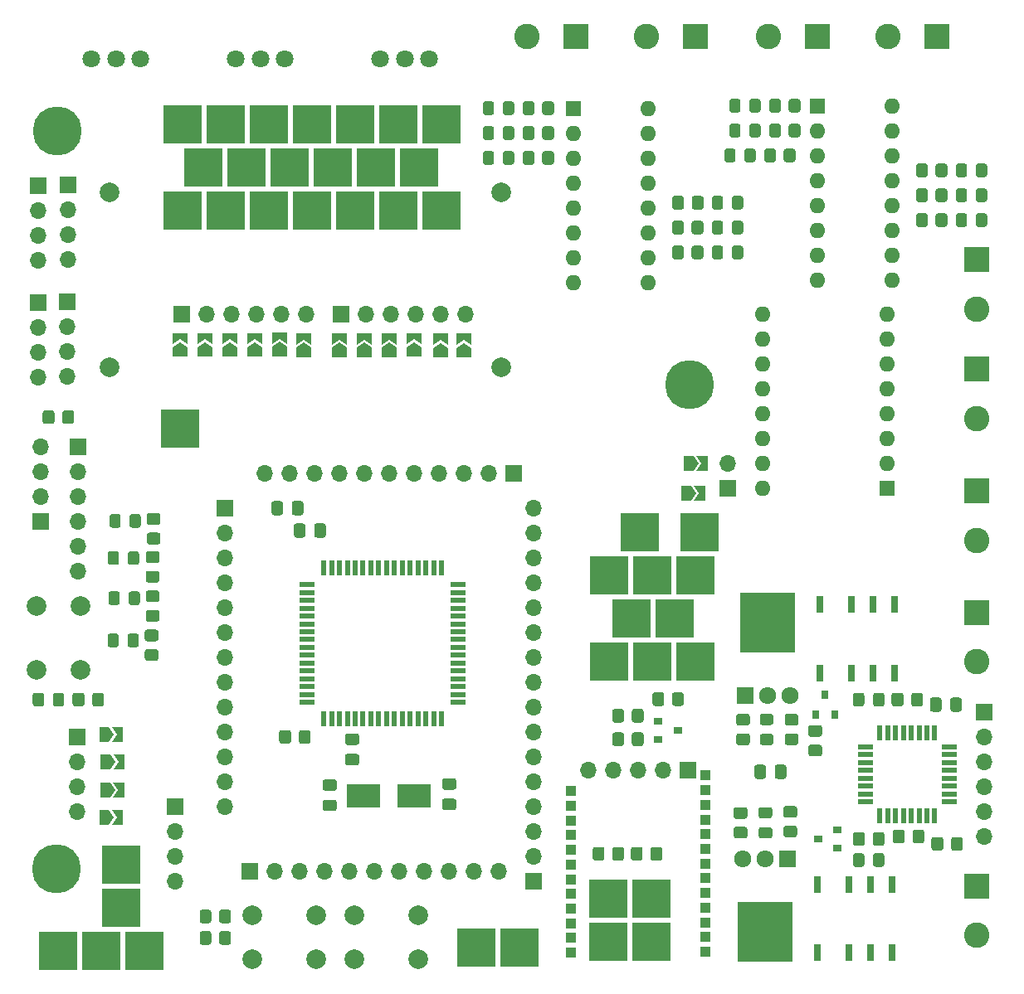
<source format=gbr>
%TF.GenerationSoftware,KiCad,Pcbnew,(5.1.7-5-ga3172d643f)-1*%
%TF.CreationDate,2020-10-31T15:28:03-04:00*%
%TF.ProjectId,board,626f6172-642e-46b6-9963-61645f706362,rev?*%
%TF.SameCoordinates,Original*%
%TF.FileFunction,Soldermask,Top*%
%TF.FilePolarity,Negative*%
%FSLAX46Y46*%
G04 Gerber Fmt 4.6, Leading zero omitted, Abs format (unit mm)*
G04 Created by KiCad (PCBNEW (5.1.7-5-ga3172d643f)-1) date 2020-10-31 15:28:03*
%MOMM*%
%LPD*%
G01*
G04 APERTURE LIST*
%ADD10R,4.000000X4.000000*%
%ADD11O,1.700000X1.700000*%
%ADD12R,1.700000X1.700000*%
%ADD13C,2.000000*%
%ADD14R,0.900000X0.800000*%
%ADD15C,0.100000*%
%ADD16C,5.000000*%
%ADD17R,1.000000X1.000000*%
%ADD18C,1.800000*%
%ADD19O,1.600000X1.600000*%
%ADD20R,1.600000X1.600000*%
%ADD21C,2.600000*%
%ADD22R,2.600000X2.600000*%
%ADD23R,3.500000X2.400000*%
%ADD24R,0.550000X1.500000*%
%ADD25R,1.500000X0.550000*%
%ADD26O,1.717500X1.800000*%
%ADD27R,1.717500X1.800000*%
%ADD28R,5.700000X6.200000*%
%ADD29R,0.800000X0.900000*%
%ADD30R,0.550000X1.600000*%
%ADD31R,1.600000X0.550000*%
%ADD32R,0.800000X1.800000*%
G04 APERTURE END LIST*
D10*
%TO.C,TP102*%
X110300000Y-129700000D03*
%TD*%
%TO.C,TP101*%
X108300000Y-134100000D03*
%TD*%
%TO.C,TP100*%
X110300000Y-125300000D03*
%TD*%
%TO.C,TP99*%
X112700000Y-134100000D03*
%TD*%
%TO.C,TP97*%
X103900000Y-134100000D03*
%TD*%
D11*
%TO.C,J2.8*%
X101800000Y-75520000D03*
X101800000Y-72980000D03*
X101800000Y-70440000D03*
D12*
X101800000Y-67900000D03*
%TD*%
D11*
%TO.C,J2.5*%
X101800000Y-63620000D03*
X101800000Y-61080000D03*
X101800000Y-58540000D03*
D12*
X101800000Y-56000000D03*
%TD*%
D11*
%TO.C,J2.6*%
X104900000Y-63520000D03*
X104900000Y-60980000D03*
X104900000Y-58440000D03*
D12*
X104900000Y-55900000D03*
%TD*%
D11*
%TO.C,J2.7*%
X104800000Y-75480000D03*
X104800000Y-72940000D03*
X104800000Y-70400000D03*
D12*
X104800000Y-67860000D03*
%TD*%
D13*
%TO.C,SW1.3*%
X140600000Y-130500000D03*
X140600000Y-135000000D03*
X134100000Y-130500000D03*
X134100000Y-135000000D03*
%TD*%
%TO.C,SW1.2*%
X130200000Y-130500000D03*
X130200000Y-135000000D03*
X123700000Y-130500000D03*
X123700000Y-135000000D03*
%TD*%
%TO.C,R1.14*%
G36*
G01*
X119500000Y-132349999D02*
X119500000Y-133250001D01*
G75*
G02*
X119250001Y-133500000I-249999J0D01*
G01*
X118549999Y-133500000D01*
G75*
G02*
X118300000Y-133250001I0J249999D01*
G01*
X118300000Y-132349999D01*
G75*
G02*
X118549999Y-132100000I249999J0D01*
G01*
X119250001Y-132100000D01*
G75*
G02*
X119500000Y-132349999I0J-249999D01*
G01*
G37*
G36*
G01*
X121500000Y-132349999D02*
X121500000Y-133250001D01*
G75*
G02*
X121250001Y-133500000I-249999J0D01*
G01*
X120549999Y-133500000D01*
G75*
G02*
X120300000Y-133250001I0J249999D01*
G01*
X120300000Y-132349999D01*
G75*
G02*
X120549999Y-132100000I249999J0D01*
G01*
X121250001Y-132100000D01*
G75*
G02*
X121500000Y-132349999I0J-249999D01*
G01*
G37*
%TD*%
%TO.C,R1.13*%
G36*
G01*
X119500000Y-130149999D02*
X119500000Y-131050001D01*
G75*
G02*
X119250001Y-131300000I-249999J0D01*
G01*
X118549999Y-131300000D01*
G75*
G02*
X118300000Y-131050001I0J249999D01*
G01*
X118300000Y-130149999D01*
G75*
G02*
X118549999Y-129900000I249999J0D01*
G01*
X119250001Y-129900000D01*
G75*
G02*
X119500000Y-130149999I0J-249999D01*
G01*
G37*
G36*
G01*
X121500000Y-130149999D02*
X121500000Y-131050001D01*
G75*
G02*
X121250001Y-131300000I-249999J0D01*
G01*
X120549999Y-131300000D01*
G75*
G02*
X120300000Y-131050001I0J249999D01*
G01*
X120300000Y-130149999D01*
G75*
G02*
X120549999Y-129900000I249999J0D01*
G01*
X121250001Y-129900000D01*
G75*
G02*
X121500000Y-130149999I0J-249999D01*
G01*
G37*
%TD*%
%TO.C,R1.8*%
G36*
G01*
X166500000Y-108850001D02*
X166500000Y-107949999D01*
G75*
G02*
X166749999Y-107700000I249999J0D01*
G01*
X167450001Y-107700000D01*
G75*
G02*
X167700000Y-107949999I0J-249999D01*
G01*
X167700000Y-108850001D01*
G75*
G02*
X167450001Y-109100000I-249999J0D01*
G01*
X166749999Y-109100000D01*
G75*
G02*
X166500000Y-108850001I0J249999D01*
G01*
G37*
G36*
G01*
X164500000Y-108850001D02*
X164500000Y-107949999D01*
G75*
G02*
X164749999Y-107700000I249999J0D01*
G01*
X165450001Y-107700000D01*
G75*
G02*
X165700000Y-107949999I0J-249999D01*
G01*
X165700000Y-108850001D01*
G75*
G02*
X165450001Y-109100000I-249999J0D01*
G01*
X164749999Y-109100000D01*
G75*
G02*
X164500000Y-108850001I0J249999D01*
G01*
G37*
%TD*%
%TO.C,R1.9*%
G36*
G01*
X162400000Y-110550001D02*
X162400000Y-109649999D01*
G75*
G02*
X162649999Y-109400000I249999J0D01*
G01*
X163350001Y-109400000D01*
G75*
G02*
X163600000Y-109649999I0J-249999D01*
G01*
X163600000Y-110550001D01*
G75*
G02*
X163350001Y-110800000I-249999J0D01*
G01*
X162649999Y-110800000D01*
G75*
G02*
X162400000Y-110550001I0J249999D01*
G01*
G37*
G36*
G01*
X160400000Y-110550001D02*
X160400000Y-109649999D01*
G75*
G02*
X160649999Y-109400000I249999J0D01*
G01*
X161350001Y-109400000D01*
G75*
G02*
X161600000Y-109649999I0J-249999D01*
G01*
X161600000Y-110550001D01*
G75*
G02*
X161350001Y-110800000I-249999J0D01*
G01*
X160649999Y-110800000D01*
G75*
G02*
X160400000Y-110550001I0J249999D01*
G01*
G37*
%TD*%
%TO.C,R1.12*%
G36*
G01*
X162400000Y-112950001D02*
X162400000Y-112049999D01*
G75*
G02*
X162649999Y-111800000I249999J0D01*
G01*
X163350001Y-111800000D01*
G75*
G02*
X163600000Y-112049999I0J-249999D01*
G01*
X163600000Y-112950001D01*
G75*
G02*
X163350001Y-113200000I-249999J0D01*
G01*
X162649999Y-113200000D01*
G75*
G02*
X162400000Y-112950001I0J249999D01*
G01*
G37*
G36*
G01*
X160400000Y-112950001D02*
X160400000Y-112049999D01*
G75*
G02*
X160649999Y-111800000I249999J0D01*
G01*
X161350001Y-111800000D01*
G75*
G02*
X161600000Y-112049999I0J-249999D01*
G01*
X161600000Y-112950001D01*
G75*
G02*
X161350001Y-113200000I-249999J0D01*
G01*
X160649999Y-113200000D01*
G75*
G02*
X160400000Y-112950001I0J249999D01*
G01*
G37*
%TD*%
%TO.C,R1.11*%
G36*
G01*
X163500000Y-123749999D02*
X163500000Y-124650001D01*
G75*
G02*
X163250001Y-124900000I-249999J0D01*
G01*
X162549999Y-124900000D01*
G75*
G02*
X162300000Y-124650001I0J249999D01*
G01*
X162300000Y-123749999D01*
G75*
G02*
X162549999Y-123500000I249999J0D01*
G01*
X163250001Y-123500000D01*
G75*
G02*
X163500000Y-123749999I0J-249999D01*
G01*
G37*
G36*
G01*
X165500000Y-123749999D02*
X165500000Y-124650001D01*
G75*
G02*
X165250001Y-124900000I-249999J0D01*
G01*
X164549999Y-124900000D01*
G75*
G02*
X164300000Y-124650001I0J249999D01*
G01*
X164300000Y-123749999D01*
G75*
G02*
X164549999Y-123500000I249999J0D01*
G01*
X165250001Y-123500000D01*
G75*
G02*
X165500000Y-123749999I0J-249999D01*
G01*
G37*
%TD*%
%TO.C,R1.10*%
G36*
G01*
X159600000Y-123749999D02*
X159600000Y-124650001D01*
G75*
G02*
X159350001Y-124900000I-249999J0D01*
G01*
X158649999Y-124900000D01*
G75*
G02*
X158400000Y-124650001I0J249999D01*
G01*
X158400000Y-123749999D01*
G75*
G02*
X158649999Y-123500000I249999J0D01*
G01*
X159350001Y-123500000D01*
G75*
G02*
X159600000Y-123749999I0J-249999D01*
G01*
G37*
G36*
G01*
X161600000Y-123749999D02*
X161600000Y-124650001D01*
G75*
G02*
X161350001Y-124900000I-249999J0D01*
G01*
X160649999Y-124900000D01*
G75*
G02*
X160400000Y-124650001I0J249999D01*
G01*
X160400000Y-123749999D01*
G75*
G02*
X160649999Y-123500000I249999J0D01*
G01*
X161350001Y-123500000D01*
G75*
G02*
X161600000Y-123749999I0J-249999D01*
G01*
G37*
%TD*%
D14*
%TO.C,Q1.1*%
X167100000Y-111600000D03*
X165100000Y-112550000D03*
X165100000Y-110650000D03*
%TD*%
D11*
%TO.C,J37*%
X157940000Y-115700000D03*
X160480000Y-115700000D03*
X163020000Y-115700000D03*
X165560000Y-115700000D03*
D12*
X168100000Y-115700000D03*
%TD*%
%TO.C,R1.6*%
G36*
G01*
X113049999Y-99300000D02*
X113950001Y-99300000D01*
G75*
G02*
X114200000Y-99549999I0J-249999D01*
G01*
X114200000Y-100250001D01*
G75*
G02*
X113950001Y-100500000I-249999J0D01*
G01*
X113049999Y-100500000D01*
G75*
G02*
X112800000Y-100250001I0J249999D01*
G01*
X112800000Y-99549999D01*
G75*
G02*
X113049999Y-99300000I249999J0D01*
G01*
G37*
G36*
G01*
X113049999Y-97300000D02*
X113950001Y-97300000D01*
G75*
G02*
X114200000Y-97549999I0J-249999D01*
G01*
X114200000Y-98250001D01*
G75*
G02*
X113950001Y-98500000I-249999J0D01*
G01*
X113049999Y-98500000D01*
G75*
G02*
X112800000Y-98250001I0J249999D01*
G01*
X112800000Y-97549999D01*
G75*
G02*
X113049999Y-97300000I249999J0D01*
G01*
G37*
%TD*%
%TO.C,R1.5*%
G36*
G01*
X113049999Y-95300000D02*
X113950001Y-95300000D01*
G75*
G02*
X114200000Y-95549999I0J-249999D01*
G01*
X114200000Y-96250001D01*
G75*
G02*
X113950001Y-96500000I-249999J0D01*
G01*
X113049999Y-96500000D01*
G75*
G02*
X112800000Y-96250001I0J249999D01*
G01*
X112800000Y-95549999D01*
G75*
G02*
X113049999Y-95300000I249999J0D01*
G01*
G37*
G36*
G01*
X113049999Y-93300000D02*
X113950001Y-93300000D01*
G75*
G02*
X114200000Y-93549999I0J-249999D01*
G01*
X114200000Y-94250001D01*
G75*
G02*
X113950001Y-94500000I-249999J0D01*
G01*
X113049999Y-94500000D01*
G75*
G02*
X112800000Y-94250001I0J249999D01*
G01*
X112800000Y-93549999D01*
G75*
G02*
X113049999Y-93300000I249999J0D01*
G01*
G37*
%TD*%
%TO.C,R1.4*%
G36*
G01*
X113149999Y-91400000D02*
X114050001Y-91400000D01*
G75*
G02*
X114300000Y-91649999I0J-249999D01*
G01*
X114300000Y-92350001D01*
G75*
G02*
X114050001Y-92600000I-249999J0D01*
G01*
X113149999Y-92600000D01*
G75*
G02*
X112900000Y-92350001I0J249999D01*
G01*
X112900000Y-91649999D01*
G75*
G02*
X113149999Y-91400000I249999J0D01*
G01*
G37*
G36*
G01*
X113149999Y-89400000D02*
X114050001Y-89400000D01*
G75*
G02*
X114300000Y-89649999I0J-249999D01*
G01*
X114300000Y-90350001D01*
G75*
G02*
X114050001Y-90600000I-249999J0D01*
G01*
X113149999Y-90600000D01*
G75*
G02*
X112900000Y-90350001I0J249999D01*
G01*
X112900000Y-89649999D01*
G75*
G02*
X113149999Y-89400000I249999J0D01*
G01*
G37*
%TD*%
%TO.C,R1.7*%
G36*
G01*
X112949999Y-103300000D02*
X113850001Y-103300000D01*
G75*
G02*
X114100000Y-103549999I0J-249999D01*
G01*
X114100000Y-104250001D01*
G75*
G02*
X113850001Y-104500000I-249999J0D01*
G01*
X112949999Y-104500000D01*
G75*
G02*
X112700000Y-104250001I0J249999D01*
G01*
X112700000Y-103549999D01*
G75*
G02*
X112949999Y-103300000I249999J0D01*
G01*
G37*
G36*
G01*
X112949999Y-101300000D02*
X113850001Y-101300000D01*
G75*
G02*
X114100000Y-101549999I0J-249999D01*
G01*
X114100000Y-102250001D01*
G75*
G02*
X113850001Y-102500000I-249999J0D01*
G01*
X112949999Y-102500000D01*
G75*
G02*
X112700000Y-102250001I0J249999D01*
G01*
X112700000Y-101549999D01*
G75*
G02*
X112949999Y-101300000I249999J0D01*
G01*
G37*
%TD*%
D15*
%TO.C,JP1.1*%
G36*
X109550000Y-120500000D02*
G01*
X109050000Y-121250000D01*
X108050000Y-121250000D01*
X108050000Y-119750000D01*
X109050000Y-119750000D01*
X109550000Y-120500000D01*
G37*
G36*
X110500000Y-121250000D02*
G01*
X109350000Y-121250000D01*
X109850000Y-120500000D01*
X109350000Y-119750000D01*
X110500000Y-119750000D01*
X110500000Y-121250000D01*
G37*
%TD*%
%TO.C,JP1.4*%
G36*
X109550000Y-112000000D02*
G01*
X109050000Y-112750000D01*
X108050000Y-112750000D01*
X108050000Y-111250000D01*
X109050000Y-111250000D01*
X109550000Y-112000000D01*
G37*
G36*
X110500000Y-112750000D02*
G01*
X109350000Y-112750000D01*
X109850000Y-112000000D01*
X109350000Y-111250000D01*
X110500000Y-111250000D01*
X110500000Y-112750000D01*
G37*
%TD*%
%TO.C,JP1.3*%
G36*
X109700000Y-114800000D02*
G01*
X109200000Y-115550000D01*
X108200000Y-115550000D01*
X108200000Y-114050000D01*
X109200000Y-114050000D01*
X109700000Y-114800000D01*
G37*
G36*
X110650000Y-115550000D02*
G01*
X109500000Y-115550000D01*
X110000000Y-114800000D01*
X109500000Y-114050000D01*
X110650000Y-114050000D01*
X110650000Y-115550000D01*
G37*
%TD*%
%TO.C,JP1.2*%
G36*
X109675000Y-117700000D02*
G01*
X109175000Y-118450000D01*
X108175000Y-118450000D01*
X108175000Y-116950000D01*
X109175000Y-116950000D01*
X109675000Y-117700000D01*
G37*
G36*
X110625000Y-118450000D02*
G01*
X109475000Y-118450000D01*
X109975000Y-117700000D01*
X109475000Y-116950000D01*
X110625000Y-116950000D01*
X110625000Y-118450000D01*
G37*
%TD*%
D11*
%TO.C,J1.36*%
X105800000Y-119920000D03*
X105800000Y-117380000D03*
X105800000Y-114840000D03*
D12*
X105800000Y-112300000D03*
%TD*%
%TO.C,D1.4*%
G36*
G01*
X111050000Y-98550001D02*
X111050000Y-97649999D01*
G75*
G02*
X111299999Y-97400000I249999J0D01*
G01*
X111950001Y-97400000D01*
G75*
G02*
X112200000Y-97649999I0J-249999D01*
G01*
X112200000Y-98550001D01*
G75*
G02*
X111950001Y-98800000I-249999J0D01*
G01*
X111299999Y-98800000D01*
G75*
G02*
X111050000Y-98550001I0J249999D01*
G01*
G37*
G36*
G01*
X109000000Y-98550001D02*
X109000000Y-97649999D01*
G75*
G02*
X109249999Y-97400000I249999J0D01*
G01*
X109900001Y-97400000D01*
G75*
G02*
X110150000Y-97649999I0J-249999D01*
G01*
X110150000Y-98550001D01*
G75*
G02*
X109900001Y-98800000I-249999J0D01*
G01*
X109249999Y-98800000D01*
G75*
G02*
X109000000Y-98550001I0J249999D01*
G01*
G37*
%TD*%
%TO.C,D1.3*%
G36*
G01*
X110975000Y-94450001D02*
X110975000Y-93549999D01*
G75*
G02*
X111224999Y-93300000I249999J0D01*
G01*
X111875001Y-93300000D01*
G75*
G02*
X112125000Y-93549999I0J-249999D01*
G01*
X112125000Y-94450001D01*
G75*
G02*
X111875001Y-94700000I-249999J0D01*
G01*
X111224999Y-94700000D01*
G75*
G02*
X110975000Y-94450001I0J249999D01*
G01*
G37*
G36*
G01*
X108925000Y-94450001D02*
X108925000Y-93549999D01*
G75*
G02*
X109174999Y-93300000I249999J0D01*
G01*
X109825001Y-93300000D01*
G75*
G02*
X110075000Y-93549999I0J-249999D01*
G01*
X110075000Y-94450001D01*
G75*
G02*
X109825001Y-94700000I-249999J0D01*
G01*
X109174999Y-94700000D01*
G75*
G02*
X108925000Y-94450001I0J249999D01*
G01*
G37*
%TD*%
%TO.C,D1.2*%
G36*
G01*
X111150000Y-90650001D02*
X111150000Y-89749999D01*
G75*
G02*
X111399999Y-89500000I249999J0D01*
G01*
X112050001Y-89500000D01*
G75*
G02*
X112300000Y-89749999I0J-249999D01*
G01*
X112300000Y-90650001D01*
G75*
G02*
X112050001Y-90900000I-249999J0D01*
G01*
X111399999Y-90900000D01*
G75*
G02*
X111150000Y-90650001I0J249999D01*
G01*
G37*
G36*
G01*
X109100000Y-90650001D02*
X109100000Y-89749999D01*
G75*
G02*
X109349999Y-89500000I249999J0D01*
G01*
X110000001Y-89500000D01*
G75*
G02*
X110250000Y-89749999I0J-249999D01*
G01*
X110250000Y-90650001D01*
G75*
G02*
X110000001Y-90900000I-249999J0D01*
G01*
X109349999Y-90900000D01*
G75*
G02*
X109100000Y-90650001I0J249999D01*
G01*
G37*
%TD*%
%TO.C,D1.5*%
G36*
G01*
X110950000Y-102850001D02*
X110950000Y-101949999D01*
G75*
G02*
X111199999Y-101700000I249999J0D01*
G01*
X111850001Y-101700000D01*
G75*
G02*
X112100000Y-101949999I0J-249999D01*
G01*
X112100000Y-102850001D01*
G75*
G02*
X111850001Y-103100000I-249999J0D01*
G01*
X111199999Y-103100000D01*
G75*
G02*
X110950000Y-102850001I0J249999D01*
G01*
G37*
G36*
G01*
X108900000Y-102850001D02*
X108900000Y-101949999D01*
G75*
G02*
X109149999Y-101700000I249999J0D01*
G01*
X109800001Y-101700000D01*
G75*
G02*
X110050000Y-101949999I0J-249999D01*
G01*
X110050000Y-102850001D01*
G75*
G02*
X109800001Y-103100000I-249999J0D01*
G01*
X109149999Y-103100000D01*
G75*
G02*
X108900000Y-102850001I0J249999D01*
G01*
G37*
%TD*%
D10*
%TO.C,TP94*%
X134200000Y-49700000D03*
%TD*%
%TO.C,TP91*%
X164400000Y-133200000D03*
%TD*%
%TO.C,TP88*%
X129800000Y-49700000D03*
%TD*%
%TO.C,TP87*%
X118700000Y-54100000D03*
%TD*%
%TO.C,TP84*%
X164400000Y-128800000D03*
%TD*%
%TO.C,TP81*%
X125400000Y-49700000D03*
%TD*%
%TO.C,TP80*%
X125400000Y-58500000D03*
%TD*%
%TO.C,TP79*%
X131900000Y-54100000D03*
%TD*%
%TO.C,TP76*%
X150900000Y-133800000D03*
%TD*%
%TO.C,TP74*%
X116600000Y-49700000D03*
%TD*%
%TO.C,TP73*%
X134200000Y-58500000D03*
%TD*%
%TO.C,TP72*%
X127500000Y-54100000D03*
%TD*%
%TO.C,TP71*%
X129800000Y-58500000D03*
%TD*%
%TO.C,TP68*%
X146500000Y-133800000D03*
%TD*%
%TO.C,TP66*%
X121000000Y-49700000D03*
%TD*%
%TO.C,TP65*%
X123100000Y-54100000D03*
%TD*%
%TO.C,TP64*%
X121000000Y-58500000D03*
%TD*%
%TO.C,TP63*%
X143000000Y-58500000D03*
%TD*%
%TO.C,TP58*%
X143000000Y-49700000D03*
%TD*%
%TO.C,TP57*%
X140700000Y-54100000D03*
%TD*%
%TO.C,TP56*%
X138600000Y-58500000D03*
%TD*%
%TO.C,TP50*%
X136300000Y-54100000D03*
%TD*%
%TO.C,TP49*%
X138600000Y-49700000D03*
%TD*%
%TO.C,TP42*%
X116600000Y-58500000D03*
%TD*%
%TO.C,TP37*%
X160100000Y-95800000D03*
%TD*%
%TO.C,TP32*%
X116300000Y-80800000D03*
%TD*%
%TO.C,TP25*%
X160100000Y-104600000D03*
%TD*%
%TO.C,TP18*%
X160000000Y-128800000D03*
%TD*%
%TO.C,TP12*%
X164500000Y-95800000D03*
%TD*%
%TO.C,TP9*%
X168900000Y-95800000D03*
%TD*%
%TO.C,TP8*%
X166800000Y-100200000D03*
%TD*%
%TO.C,TP7*%
X162400000Y-100200000D03*
%TD*%
%TO.C,TP5*%
X164500000Y-104600000D03*
%TD*%
%TO.C,TP4*%
X160000000Y-133200000D03*
%TD*%
%TO.C,TP3*%
X168900000Y-104600000D03*
%TD*%
%TO.C,TP2*%
X163200000Y-91400000D03*
%TD*%
%TO.C,TP1*%
X169300000Y-91400000D03*
%TD*%
D16*
%TO.C,H7*%
X168300000Y-76300000D03*
%TD*%
%TO.C,H6*%
X103700000Y-125700000D03*
%TD*%
%TO.C,H5*%
X103800000Y-50400000D03*
%TD*%
D17*
%TO.C,J1.35*%
X169900000Y-134200000D03*
%TD*%
%TO.C,J1.30*%
X169900000Y-126700000D03*
%TD*%
%TO.C,J1.31*%
X169900000Y-128200000D03*
%TD*%
%TO.C,J1.32*%
X169900000Y-129700000D03*
%TD*%
%TO.C,J1.33*%
X169900000Y-131200000D03*
%TD*%
%TO.C,J1.34*%
X169900000Y-132700000D03*
%TD*%
%TO.C,J1.29*%
X169900000Y-125200000D03*
%TD*%
%TO.C,J1.28*%
X169900000Y-123700000D03*
%TD*%
%TO.C,J1.26*%
X169900000Y-120700000D03*
%TD*%
%TO.C,J1.25*%
X169900000Y-119200000D03*
%TD*%
%TO.C,J1.24*%
X169900000Y-117700000D03*
%TD*%
%TO.C,J1.23*%
X169900000Y-116200000D03*
%TD*%
%TO.C,J1.27*%
X169900000Y-122200000D03*
%TD*%
%TO.C,J1.13*%
X156200000Y-120800000D03*
%TD*%
%TO.C,J1.15*%
X156200000Y-123800000D03*
%TD*%
%TO.C,J1.16*%
X156200000Y-125300000D03*
%TD*%
%TO.C,J1.11*%
X156200000Y-117800000D03*
%TD*%
%TO.C,J1.12*%
X156200000Y-119300000D03*
%TD*%
%TO.C,J1.17*%
X156200000Y-126800000D03*
%TD*%
%TO.C,J1.22*%
X156200000Y-134300000D03*
%TD*%
%TO.C,J1.14*%
X156200000Y-122300000D03*
%TD*%
%TO.C,J1.20*%
X156200000Y-131300000D03*
%TD*%
%TO.C,J1.19*%
X156200000Y-129800000D03*
%TD*%
%TO.C,J1.18*%
X156200000Y-128300000D03*
%TD*%
%TO.C,J1.21*%
X156200000Y-132800000D03*
%TD*%
D11*
%TO.C,J1.3*%
X152400000Y-88900000D03*
X152400000Y-91440000D03*
X152400000Y-93980000D03*
X152400000Y-96520000D03*
X152400000Y-99060000D03*
X152400000Y-101600000D03*
X152400000Y-104140000D03*
X152400000Y-106680000D03*
X152400000Y-109220000D03*
X152400000Y-111760000D03*
X152400000Y-114300000D03*
X152400000Y-116840000D03*
X152400000Y-119380000D03*
X152400000Y-121920000D03*
X152400000Y-124460000D03*
D12*
X152400000Y-127000000D03*
%TD*%
D11*
%TO.C,J1.7*%
X115824000Y-127000000D03*
X115824000Y-124460000D03*
X115824000Y-121920000D03*
D12*
X115824000Y-119380000D03*
%TD*%
D15*
%TO.C,JP3.15*%
G36*
X135128000Y-71988000D02*
G01*
X135878000Y-72488000D01*
X135878000Y-73488000D01*
X134378000Y-73488000D01*
X134378000Y-72488000D01*
X135128000Y-71988000D01*
G37*
G36*
X135878000Y-71038000D02*
G01*
X135878000Y-72188000D01*
X135128000Y-71688000D01*
X134378000Y-72188000D01*
X134378000Y-71038000D01*
X135878000Y-71038000D01*
G37*
%TD*%
%TO.C,JP3.14*%
G36*
X137668000Y-71988000D02*
G01*
X138418000Y-72488000D01*
X138418000Y-73488000D01*
X136918000Y-73488000D01*
X136918000Y-72488000D01*
X137668000Y-71988000D01*
G37*
G36*
X138418000Y-71038000D02*
G01*
X138418000Y-72188000D01*
X137668000Y-71688000D01*
X136918000Y-72188000D01*
X136918000Y-71038000D01*
X138418000Y-71038000D01*
G37*
%TD*%
%TO.C,JP3.13*%
G36*
X140208000Y-71951000D02*
G01*
X140958000Y-72451000D01*
X140958000Y-73451000D01*
X139458000Y-73451000D01*
X139458000Y-72451000D01*
X140208000Y-71951000D01*
G37*
G36*
X140958000Y-71001000D02*
G01*
X140958000Y-72151000D01*
X140208000Y-71651000D01*
X139458000Y-72151000D01*
X139458000Y-71001000D01*
X140958000Y-71001000D01*
G37*
%TD*%
%TO.C,JP3.12*%
G36*
X142875000Y-72025000D02*
G01*
X143625000Y-72525000D01*
X143625000Y-73525000D01*
X142125000Y-73525000D01*
X142125000Y-72525000D01*
X142875000Y-72025000D01*
G37*
G36*
X143625000Y-71075000D02*
G01*
X143625000Y-72225000D01*
X142875000Y-71725000D01*
X142125000Y-72225000D01*
X142125000Y-71075000D01*
X143625000Y-71075000D01*
G37*
%TD*%
%TO.C,JP3.10*%
G36*
X116332000Y-71951000D02*
G01*
X117082000Y-72451000D01*
X117082000Y-73451000D01*
X115582000Y-73451000D01*
X115582000Y-72451000D01*
X116332000Y-71951000D01*
G37*
G36*
X117082000Y-71001000D02*
G01*
X117082000Y-72151000D01*
X116332000Y-71651000D01*
X115582000Y-72151000D01*
X115582000Y-71001000D01*
X117082000Y-71001000D01*
G37*
%TD*%
%TO.C,JP3.9*%
G36*
X118872000Y-71951000D02*
G01*
X119622000Y-72451000D01*
X119622000Y-73451000D01*
X118122000Y-73451000D01*
X118122000Y-72451000D01*
X118872000Y-71951000D01*
G37*
G36*
X119622000Y-71001000D02*
G01*
X119622000Y-72151000D01*
X118872000Y-71651000D01*
X118122000Y-72151000D01*
X118122000Y-71001000D01*
X119622000Y-71001000D01*
G37*
%TD*%
%TO.C,JP3.8*%
G36*
X121412000Y-71951000D02*
G01*
X122162000Y-72451000D01*
X122162000Y-73451000D01*
X120662000Y-73451000D01*
X120662000Y-72451000D01*
X121412000Y-71951000D01*
G37*
G36*
X122162000Y-71001000D02*
G01*
X122162000Y-72151000D01*
X121412000Y-71651000D01*
X120662000Y-72151000D01*
X120662000Y-71001000D01*
X122162000Y-71001000D01*
G37*
%TD*%
%TO.C,JP3.11*%
G36*
X145288000Y-72025000D02*
G01*
X146038000Y-72525000D01*
X146038000Y-73525000D01*
X144538000Y-73525000D01*
X144538000Y-72525000D01*
X145288000Y-72025000D01*
G37*
G36*
X146038000Y-71075000D02*
G01*
X146038000Y-72225000D01*
X145288000Y-71725000D01*
X144538000Y-72225000D01*
X144538000Y-71075000D01*
X146038000Y-71075000D01*
G37*
%TD*%
%TO.C,JP3.7*%
G36*
X123952000Y-71951000D02*
G01*
X124702000Y-72451000D01*
X124702000Y-73451000D01*
X123202000Y-73451000D01*
X123202000Y-72451000D01*
X123952000Y-71951000D01*
G37*
G36*
X124702000Y-71001000D02*
G01*
X124702000Y-72151000D01*
X123952000Y-71651000D01*
X123202000Y-72151000D01*
X123202000Y-71001000D01*
X124702000Y-71001000D01*
G37*
%TD*%
%TO.C,JP3.16*%
G36*
X132588000Y-71988000D02*
G01*
X133338000Y-72488000D01*
X133338000Y-73488000D01*
X131838000Y-73488000D01*
X131838000Y-72488000D01*
X132588000Y-71988000D01*
G37*
G36*
X133338000Y-71038000D02*
G01*
X133338000Y-72188000D01*
X132588000Y-71688000D01*
X131838000Y-72188000D01*
X131838000Y-71038000D01*
X133338000Y-71038000D01*
G37*
%TD*%
%TO.C,JP3.6*%
G36*
X126492000Y-71898000D02*
G01*
X127242000Y-72398000D01*
X127242000Y-73398000D01*
X125742000Y-73398000D01*
X125742000Y-72398000D01*
X126492000Y-71898000D01*
G37*
G36*
X127242000Y-70948000D02*
G01*
X127242000Y-72098000D01*
X126492000Y-71598000D01*
X125742000Y-72098000D01*
X125742000Y-70948000D01*
X127242000Y-70948000D01*
G37*
%TD*%
%TO.C,JP3.5*%
G36*
X128905000Y-71988000D02*
G01*
X129655000Y-72488000D01*
X129655000Y-73488000D01*
X128155000Y-73488000D01*
X128155000Y-72488000D01*
X128905000Y-71988000D01*
G37*
G36*
X129655000Y-71038000D02*
G01*
X129655000Y-72188000D01*
X128905000Y-71688000D01*
X128155000Y-72188000D01*
X128155000Y-71038000D01*
X129655000Y-71038000D01*
G37*
%TD*%
D11*
%TO.C,J3.5*%
X129159000Y-69088000D03*
X126619000Y-69088000D03*
X124079000Y-69088000D03*
X121539000Y-69088000D03*
X118999000Y-69088000D03*
D12*
X116459000Y-69088000D03*
%TD*%
D11*
%TO.C,J3.6*%
X145415000Y-69088000D03*
X142875000Y-69088000D03*
X140335000Y-69088000D03*
X137795000Y-69088000D03*
X135255000Y-69088000D03*
D12*
X132715000Y-69088000D03*
%TD*%
D11*
%TO.C,J1.2*%
X105918000Y-95351600D03*
X105918000Y-92811600D03*
X105918000Y-90271600D03*
X105918000Y-87731600D03*
X105918000Y-85191600D03*
D12*
X105918000Y-82651600D03*
%TD*%
%TO.C,C105*%
G36*
G01*
X134333000Y-113088000D02*
X133383000Y-113088000D01*
G75*
G02*
X133133000Y-112838000I0J250000D01*
G01*
X133133000Y-112163000D01*
G75*
G02*
X133383000Y-111913000I250000J0D01*
G01*
X134333000Y-111913000D01*
G75*
G02*
X134583000Y-112163000I0J-250000D01*
G01*
X134583000Y-112838000D01*
G75*
G02*
X134333000Y-113088000I-250000J0D01*
G01*
G37*
G36*
G01*
X134333000Y-115163000D02*
X133383000Y-115163000D01*
G75*
G02*
X133133000Y-114913000I0J250000D01*
G01*
X133133000Y-114238000D01*
G75*
G02*
X133383000Y-113988000I250000J0D01*
G01*
X134333000Y-113988000D01*
G75*
G02*
X134583000Y-114238000I0J-250000D01*
G01*
X134583000Y-114913000D01*
G75*
G02*
X134333000Y-115163000I-250000J0D01*
G01*
G37*
%TD*%
%TO.C,C104*%
G36*
G01*
X126804000Y-88425000D02*
X126804000Y-89375000D01*
G75*
G02*
X126554000Y-89625000I-250000J0D01*
G01*
X125879000Y-89625000D01*
G75*
G02*
X125629000Y-89375000I0J250000D01*
G01*
X125629000Y-88425000D01*
G75*
G02*
X125879000Y-88175000I250000J0D01*
G01*
X126554000Y-88175000D01*
G75*
G02*
X126804000Y-88425000I0J-250000D01*
G01*
G37*
G36*
G01*
X128879000Y-88425000D02*
X128879000Y-89375000D01*
G75*
G02*
X128629000Y-89625000I-250000J0D01*
G01*
X127954000Y-89625000D01*
G75*
G02*
X127704000Y-89375000I0J250000D01*
G01*
X127704000Y-88425000D01*
G75*
G02*
X127954000Y-88175000I250000J0D01*
G01*
X128629000Y-88175000D01*
G75*
G02*
X128879000Y-88425000I0J-250000D01*
G01*
G37*
%TD*%
D11*
%TO.C,J1.4*%
X124968000Y-85344000D03*
X127508000Y-85344000D03*
X130048000Y-85344000D03*
X132588000Y-85344000D03*
X135128000Y-85344000D03*
X137668000Y-85344000D03*
X140208000Y-85344000D03*
X142748000Y-85344000D03*
X145288000Y-85344000D03*
X147828000Y-85344000D03*
D12*
X150368000Y-85344000D03*
%TD*%
D11*
%TO.C,J1.5*%
X120904000Y-119380000D03*
X120904000Y-116840000D03*
X120904000Y-114300000D03*
X120904000Y-111760000D03*
X120904000Y-109220000D03*
X120904000Y-106680000D03*
X120904000Y-104140000D03*
X120904000Y-101600000D03*
X120904000Y-99060000D03*
X120904000Y-96520000D03*
X120904000Y-93980000D03*
X120904000Y-91440000D03*
D12*
X120904000Y-88900000D03*
%TD*%
D11*
%TO.C,J1.6*%
X148844000Y-125984000D03*
X146304000Y-125984000D03*
X143764000Y-125984000D03*
X141224000Y-125984000D03*
X138684000Y-125984000D03*
X136144000Y-125984000D03*
X133604000Y-125984000D03*
X131064000Y-125984000D03*
X128524000Y-125984000D03*
X125984000Y-125984000D03*
D12*
X123444000Y-125984000D03*
%TD*%
%TO.C,C101*%
G36*
G01*
X129090000Y-90711000D02*
X129090000Y-91661000D01*
G75*
G02*
X128840000Y-91911000I-250000J0D01*
G01*
X128165000Y-91911000D01*
G75*
G02*
X127915000Y-91661000I0J250000D01*
G01*
X127915000Y-90711000D01*
G75*
G02*
X128165000Y-90461000I250000J0D01*
G01*
X128840000Y-90461000D01*
G75*
G02*
X129090000Y-90711000I0J-250000D01*
G01*
G37*
G36*
G01*
X131165000Y-90711000D02*
X131165000Y-91661000D01*
G75*
G02*
X130915000Y-91911000I-250000J0D01*
G01*
X130240000Y-91911000D01*
G75*
G02*
X129990000Y-91661000I0J250000D01*
G01*
X129990000Y-90711000D01*
G75*
G02*
X130240000Y-90461000I250000J0D01*
G01*
X130915000Y-90461000D01*
G75*
G02*
X131165000Y-90711000I0J-250000D01*
G01*
G37*
%TD*%
D18*
%TO.C,RV3*%
X112268000Y-43053000D03*
X109768000Y-43053000D03*
X107268000Y-43053000D03*
%TD*%
%TO.C,RV2*%
X127000000Y-43053000D03*
X124500000Y-43053000D03*
X122000000Y-43053000D03*
%TD*%
%TO.C,RV1*%
X141732000Y-43053000D03*
X139232000Y-43053000D03*
X136732000Y-43053000D03*
%TD*%
D13*
%TO.C,H4*%
X109093000Y-56642000D03*
%TD*%
%TO.C,H3*%
X109093000Y-74549000D03*
%TD*%
%TO.C,H2*%
X149098000Y-74549000D03*
%TD*%
%TO.C,H1*%
X149098000Y-56642000D03*
%TD*%
D15*
%TO.C,JP2.1*%
G36*
X169185000Y-84328000D02*
G01*
X168685000Y-85078000D01*
X167685000Y-85078000D01*
X167685000Y-83578000D01*
X168685000Y-83578000D01*
X169185000Y-84328000D01*
G37*
G36*
X170135000Y-85078000D02*
G01*
X168985000Y-85078000D01*
X169485000Y-84328000D01*
X168985000Y-83578000D01*
X170135000Y-83578000D01*
X170135000Y-85078000D01*
G37*
%TD*%
%TO.C,JP2.2*%
G36*
X168931000Y-87376000D02*
G01*
X168431000Y-88126000D01*
X167431000Y-88126000D01*
X167431000Y-86626000D01*
X168431000Y-86626000D01*
X168931000Y-87376000D01*
G37*
G36*
X169881000Y-88126000D02*
G01*
X168731000Y-88126000D01*
X169231000Y-87376000D01*
X168731000Y-86626000D01*
X169881000Y-86626000D01*
X169881000Y-88126000D01*
G37*
%TD*%
D11*
%TO.C,J2.4*%
X172212000Y-84328000D03*
D12*
X172212000Y-86868000D03*
%TD*%
D19*
%TO.C,U3.2*%
X188925200Y-47802800D03*
X181305200Y-65582800D03*
X188925200Y-50342800D03*
X181305200Y-63042800D03*
X188925200Y-52882800D03*
X181305200Y-60502800D03*
X188925200Y-55422800D03*
X181305200Y-57962800D03*
X188925200Y-57962800D03*
X181305200Y-55422800D03*
X188925200Y-60502800D03*
X181305200Y-52882800D03*
X188925200Y-63042800D03*
X181305200Y-50342800D03*
X188925200Y-65582800D03*
D20*
X181305200Y-47802800D03*
%TD*%
%TO.C,R3.5*%
G36*
G01*
X168513200Y-58158801D02*
X168513200Y-57258799D01*
G75*
G02*
X168763199Y-57008800I249999J0D01*
G01*
X169463201Y-57008800D01*
G75*
G02*
X169713200Y-57258799I0J-249999D01*
G01*
X169713200Y-58158801D01*
G75*
G02*
X169463201Y-58408800I-249999J0D01*
G01*
X168763199Y-58408800D01*
G75*
G02*
X168513200Y-58158801I0J249999D01*
G01*
G37*
G36*
G01*
X166513200Y-58158801D02*
X166513200Y-57258799D01*
G75*
G02*
X166763199Y-57008800I249999J0D01*
G01*
X167463201Y-57008800D01*
G75*
G02*
X167713200Y-57258799I0J-249999D01*
G01*
X167713200Y-58158801D01*
G75*
G02*
X167463201Y-58408800I-249999J0D01*
G01*
X166763199Y-58408800D01*
G75*
G02*
X166513200Y-58158801I0J249999D01*
G01*
G37*
%TD*%
%TO.C,R3.4*%
G36*
G01*
X168497200Y-60698801D02*
X168497200Y-59798799D01*
G75*
G02*
X168747199Y-59548800I249999J0D01*
G01*
X169447201Y-59548800D01*
G75*
G02*
X169697200Y-59798799I0J-249999D01*
G01*
X169697200Y-60698801D01*
G75*
G02*
X169447201Y-60948800I-249999J0D01*
G01*
X168747199Y-60948800D01*
G75*
G02*
X168497200Y-60698801I0J249999D01*
G01*
G37*
G36*
G01*
X166497200Y-60698801D02*
X166497200Y-59798799D01*
G75*
G02*
X166747199Y-59548800I249999J0D01*
G01*
X167447201Y-59548800D01*
G75*
G02*
X167697200Y-59798799I0J-249999D01*
G01*
X167697200Y-60698801D01*
G75*
G02*
X167447201Y-60948800I-249999J0D01*
G01*
X166747199Y-60948800D01*
G75*
G02*
X166497200Y-60698801I0J249999D01*
G01*
G37*
%TD*%
%TO.C,R3.3*%
G36*
G01*
X152457200Y-47606799D02*
X152457200Y-48506801D01*
G75*
G02*
X152207201Y-48756800I-249999J0D01*
G01*
X151507199Y-48756800D01*
G75*
G02*
X151257200Y-48506801I0J249999D01*
G01*
X151257200Y-47606799D01*
G75*
G02*
X151507199Y-47356800I249999J0D01*
G01*
X152207201Y-47356800D01*
G75*
G02*
X152457200Y-47606799I0J-249999D01*
G01*
G37*
G36*
G01*
X154457200Y-47606799D02*
X154457200Y-48506801D01*
G75*
G02*
X154207201Y-48756800I-249999J0D01*
G01*
X153507199Y-48756800D01*
G75*
G02*
X153257200Y-48506801I0J249999D01*
G01*
X153257200Y-47606799D01*
G75*
G02*
X153507199Y-47356800I249999J0D01*
G01*
X154207201Y-47356800D01*
G75*
G02*
X154457200Y-47606799I0J-249999D01*
G01*
G37*
%TD*%
%TO.C,R3.1*%
G36*
G01*
X152457200Y-50146799D02*
X152457200Y-51046801D01*
G75*
G02*
X152207201Y-51296800I-249999J0D01*
G01*
X151507199Y-51296800D01*
G75*
G02*
X151257200Y-51046801I0J249999D01*
G01*
X151257200Y-50146799D01*
G75*
G02*
X151507199Y-49896800I249999J0D01*
G01*
X152207201Y-49896800D01*
G75*
G02*
X152457200Y-50146799I0J-249999D01*
G01*
G37*
G36*
G01*
X154457200Y-50146799D02*
X154457200Y-51046801D01*
G75*
G02*
X154207201Y-51296800I-249999J0D01*
G01*
X153507199Y-51296800D01*
G75*
G02*
X153257200Y-51046801I0J249999D01*
G01*
X153257200Y-50146799D01*
G75*
G02*
X153507199Y-49896800I249999J0D01*
G01*
X154207201Y-49896800D01*
G75*
G02*
X154457200Y-50146799I0J-249999D01*
G01*
G37*
%TD*%
%TO.C,R3.2*%
G36*
G01*
X152457200Y-52686799D02*
X152457200Y-53586801D01*
G75*
G02*
X152207201Y-53836800I-249999J0D01*
G01*
X151507199Y-53836800D01*
G75*
G02*
X151257200Y-53586801I0J249999D01*
G01*
X151257200Y-52686799D01*
G75*
G02*
X151507199Y-52436800I249999J0D01*
G01*
X152207201Y-52436800D01*
G75*
G02*
X152457200Y-52686799I0J-249999D01*
G01*
G37*
G36*
G01*
X154457200Y-52686799D02*
X154457200Y-53586801D01*
G75*
G02*
X154207201Y-53836800I-249999J0D01*
G01*
X153507199Y-53836800D01*
G75*
G02*
X153257200Y-53586801I0J249999D01*
G01*
X153257200Y-52686799D01*
G75*
G02*
X153507199Y-52436800I249999J0D01*
G01*
X154207201Y-52436800D01*
G75*
G02*
X154457200Y-52686799I0J-249999D01*
G01*
G37*
%TD*%
%TO.C,R3.12*%
G36*
G01*
X193389200Y-59936801D02*
X193389200Y-59036799D01*
G75*
G02*
X193639199Y-58786800I249999J0D01*
G01*
X194339201Y-58786800D01*
G75*
G02*
X194589200Y-59036799I0J-249999D01*
G01*
X194589200Y-59936801D01*
G75*
G02*
X194339201Y-60186800I-249999J0D01*
G01*
X193639199Y-60186800D01*
G75*
G02*
X193389200Y-59936801I0J249999D01*
G01*
G37*
G36*
G01*
X191389200Y-59936801D02*
X191389200Y-59036799D01*
G75*
G02*
X191639199Y-58786800I249999J0D01*
G01*
X192339201Y-58786800D01*
G75*
G02*
X192589200Y-59036799I0J-249999D01*
G01*
X192589200Y-59936801D01*
G75*
G02*
X192339201Y-60186800I-249999J0D01*
G01*
X191639199Y-60186800D01*
G75*
G02*
X191389200Y-59936801I0J249999D01*
G01*
G37*
%TD*%
%TO.C,R3.7*%
G36*
G01*
X177603200Y-49892799D02*
X177603200Y-50792801D01*
G75*
G02*
X177353201Y-51042800I-249999J0D01*
G01*
X176653199Y-51042800D01*
G75*
G02*
X176403200Y-50792801I0J249999D01*
G01*
X176403200Y-49892799D01*
G75*
G02*
X176653199Y-49642800I249999J0D01*
G01*
X177353201Y-49642800D01*
G75*
G02*
X177603200Y-49892799I0J-249999D01*
G01*
G37*
G36*
G01*
X179603200Y-49892799D02*
X179603200Y-50792801D01*
G75*
G02*
X179353201Y-51042800I-249999J0D01*
G01*
X178653199Y-51042800D01*
G75*
G02*
X178403200Y-50792801I0J249999D01*
G01*
X178403200Y-49892799D01*
G75*
G02*
X178653199Y-49642800I249999J0D01*
G01*
X179353201Y-49642800D01*
G75*
G02*
X179603200Y-49892799I0J-249999D01*
G01*
G37*
%TD*%
%TO.C,R3.8*%
G36*
G01*
X177095200Y-52432799D02*
X177095200Y-53332801D01*
G75*
G02*
X176845201Y-53582800I-249999J0D01*
G01*
X176145199Y-53582800D01*
G75*
G02*
X175895200Y-53332801I0J249999D01*
G01*
X175895200Y-52432799D01*
G75*
G02*
X176145199Y-52182800I249999J0D01*
G01*
X176845201Y-52182800D01*
G75*
G02*
X177095200Y-52432799I0J-249999D01*
G01*
G37*
G36*
G01*
X179095200Y-52432799D02*
X179095200Y-53332801D01*
G75*
G02*
X178845201Y-53582800I-249999J0D01*
G01*
X178145199Y-53582800D01*
G75*
G02*
X177895200Y-53332801I0J249999D01*
G01*
X177895200Y-52432799D01*
G75*
G02*
X178145199Y-52182800I249999J0D01*
G01*
X178845201Y-52182800D01*
G75*
G02*
X179095200Y-52432799I0J-249999D01*
G01*
G37*
%TD*%
%TO.C,R3.9*%
G36*
G01*
X177603200Y-47352799D02*
X177603200Y-48252801D01*
G75*
G02*
X177353201Y-48502800I-249999J0D01*
G01*
X176653199Y-48502800D01*
G75*
G02*
X176403200Y-48252801I0J249999D01*
G01*
X176403200Y-47352799D01*
G75*
G02*
X176653199Y-47102800I249999J0D01*
G01*
X177353201Y-47102800D01*
G75*
G02*
X177603200Y-47352799I0J-249999D01*
G01*
G37*
G36*
G01*
X179603200Y-47352799D02*
X179603200Y-48252801D01*
G75*
G02*
X179353201Y-48502800I-249999J0D01*
G01*
X178653199Y-48502800D01*
G75*
G02*
X178403200Y-48252801I0J249999D01*
G01*
X178403200Y-47352799D01*
G75*
G02*
X178653199Y-47102800I249999J0D01*
G01*
X179353201Y-47102800D01*
G75*
G02*
X179603200Y-47352799I0J-249999D01*
G01*
G37*
%TD*%
%TO.C,R3.10*%
G36*
G01*
X193389200Y-57396801D02*
X193389200Y-56496799D01*
G75*
G02*
X193639199Y-56246800I249999J0D01*
G01*
X194339201Y-56246800D01*
G75*
G02*
X194589200Y-56496799I0J-249999D01*
G01*
X194589200Y-57396801D01*
G75*
G02*
X194339201Y-57646800I-249999J0D01*
G01*
X193639199Y-57646800D01*
G75*
G02*
X193389200Y-57396801I0J249999D01*
G01*
G37*
G36*
G01*
X191389200Y-57396801D02*
X191389200Y-56496799D01*
G75*
G02*
X191639199Y-56246800I249999J0D01*
G01*
X192339201Y-56246800D01*
G75*
G02*
X192589200Y-56496799I0J-249999D01*
G01*
X192589200Y-57396801D01*
G75*
G02*
X192339201Y-57646800I-249999J0D01*
G01*
X191639199Y-57646800D01*
G75*
G02*
X191389200Y-57396801I0J249999D01*
G01*
G37*
%TD*%
%TO.C,R3.11*%
G36*
G01*
X193389200Y-54856801D02*
X193389200Y-53956799D01*
G75*
G02*
X193639199Y-53706800I249999J0D01*
G01*
X194339201Y-53706800D01*
G75*
G02*
X194589200Y-53956799I0J-249999D01*
G01*
X194589200Y-54856801D01*
G75*
G02*
X194339201Y-55106800I-249999J0D01*
G01*
X193639199Y-55106800D01*
G75*
G02*
X193389200Y-54856801I0J249999D01*
G01*
G37*
G36*
G01*
X191389200Y-54856801D02*
X191389200Y-53956799D01*
G75*
G02*
X191639199Y-53706800I249999J0D01*
G01*
X192339201Y-53706800D01*
G75*
G02*
X192589200Y-53956799I0J-249999D01*
G01*
X192589200Y-54856801D01*
G75*
G02*
X192339201Y-55106800I-249999J0D01*
G01*
X191639199Y-55106800D01*
G75*
G02*
X191389200Y-54856801I0J249999D01*
G01*
G37*
%TD*%
%TO.C,R3.6*%
G36*
G01*
X168497200Y-63238801D02*
X168497200Y-62338799D01*
G75*
G02*
X168747199Y-62088800I249999J0D01*
G01*
X169447201Y-62088800D01*
G75*
G02*
X169697200Y-62338799I0J-249999D01*
G01*
X169697200Y-63238801D01*
G75*
G02*
X169447201Y-63488800I-249999J0D01*
G01*
X168747199Y-63488800D01*
G75*
G02*
X168497200Y-63238801I0J249999D01*
G01*
G37*
G36*
G01*
X166497200Y-63238801D02*
X166497200Y-62338799D01*
G75*
G02*
X166747199Y-62088800I249999J0D01*
G01*
X167447201Y-62088800D01*
G75*
G02*
X167697200Y-62338799I0J-249999D01*
G01*
X167697200Y-63238801D01*
G75*
G02*
X167447201Y-63488800I-249999J0D01*
G01*
X166747199Y-63488800D01*
G75*
G02*
X166497200Y-63238801I0J249999D01*
G01*
G37*
%TD*%
D21*
%TO.C,J3.3*%
X176305200Y-40690800D03*
D22*
X181305200Y-40690800D03*
%TD*%
D21*
%TO.C,J3.4*%
X188497200Y-40690800D03*
D22*
X193497200Y-40690800D03*
%TD*%
D21*
%TO.C,J3.2*%
X163859200Y-40690800D03*
D22*
X168859200Y-40690800D03*
%TD*%
D21*
%TO.C,J3.1*%
X151667200Y-40690800D03*
D22*
X156667200Y-40690800D03*
%TD*%
%TO.C,D3.12*%
G36*
G01*
X196603200Y-59036799D02*
X196603200Y-59936801D01*
G75*
G02*
X196353201Y-60186800I-249999J0D01*
G01*
X195703199Y-60186800D01*
G75*
G02*
X195453200Y-59936801I0J249999D01*
G01*
X195453200Y-59036799D01*
G75*
G02*
X195703199Y-58786800I249999J0D01*
G01*
X196353201Y-58786800D01*
G75*
G02*
X196603200Y-59036799I0J-249999D01*
G01*
G37*
G36*
G01*
X198653200Y-59036799D02*
X198653200Y-59936801D01*
G75*
G02*
X198403201Y-60186800I-249999J0D01*
G01*
X197753199Y-60186800D01*
G75*
G02*
X197503200Y-59936801I0J249999D01*
G01*
X197503200Y-59036799D01*
G75*
G02*
X197753199Y-58786800I249999J0D01*
G01*
X198403201Y-58786800D01*
G75*
G02*
X198653200Y-59036799I0J-249999D01*
G01*
G37*
%TD*%
%TO.C,D3.6*%
G36*
G01*
X171711200Y-62338799D02*
X171711200Y-63238801D01*
G75*
G02*
X171461201Y-63488800I-249999J0D01*
G01*
X170811199Y-63488800D01*
G75*
G02*
X170561200Y-63238801I0J249999D01*
G01*
X170561200Y-62338799D01*
G75*
G02*
X170811199Y-62088800I249999J0D01*
G01*
X171461201Y-62088800D01*
G75*
G02*
X171711200Y-62338799I0J-249999D01*
G01*
G37*
G36*
G01*
X173761200Y-62338799D02*
X173761200Y-63238801D01*
G75*
G02*
X173511201Y-63488800I-249999J0D01*
G01*
X172861199Y-63488800D01*
G75*
G02*
X172611200Y-63238801I0J249999D01*
G01*
X172611200Y-62338799D01*
G75*
G02*
X172861199Y-62088800I249999J0D01*
G01*
X173511201Y-62088800D01*
G75*
G02*
X173761200Y-62338799I0J-249999D01*
G01*
G37*
%TD*%
%TO.C,D3.11*%
G36*
G01*
X196603200Y-53956799D02*
X196603200Y-54856801D01*
G75*
G02*
X196353201Y-55106800I-249999J0D01*
G01*
X195703199Y-55106800D01*
G75*
G02*
X195453200Y-54856801I0J249999D01*
G01*
X195453200Y-53956799D01*
G75*
G02*
X195703199Y-53706800I249999J0D01*
G01*
X196353201Y-53706800D01*
G75*
G02*
X196603200Y-53956799I0J-249999D01*
G01*
G37*
G36*
G01*
X198653200Y-53956799D02*
X198653200Y-54856801D01*
G75*
G02*
X198403201Y-55106800I-249999J0D01*
G01*
X197753199Y-55106800D01*
G75*
G02*
X197503200Y-54856801I0J249999D01*
G01*
X197503200Y-53956799D01*
G75*
G02*
X197753199Y-53706800I249999J0D01*
G01*
X198403201Y-53706800D01*
G75*
G02*
X198653200Y-53956799I0J-249999D01*
G01*
G37*
%TD*%
%TO.C,D3.1*%
G36*
G01*
X149243200Y-51046801D02*
X149243200Y-50146799D01*
G75*
G02*
X149493199Y-49896800I249999J0D01*
G01*
X150143201Y-49896800D01*
G75*
G02*
X150393200Y-50146799I0J-249999D01*
G01*
X150393200Y-51046801D01*
G75*
G02*
X150143201Y-51296800I-249999J0D01*
G01*
X149493199Y-51296800D01*
G75*
G02*
X149243200Y-51046801I0J249999D01*
G01*
G37*
G36*
G01*
X147193200Y-51046801D02*
X147193200Y-50146799D01*
G75*
G02*
X147443199Y-49896800I249999J0D01*
G01*
X148093201Y-49896800D01*
G75*
G02*
X148343200Y-50146799I0J-249999D01*
G01*
X148343200Y-51046801D01*
G75*
G02*
X148093201Y-51296800I-249999J0D01*
G01*
X147443199Y-51296800D01*
G75*
G02*
X147193200Y-51046801I0J249999D01*
G01*
G37*
%TD*%
%TO.C,D3.2*%
G36*
G01*
X149243200Y-53586801D02*
X149243200Y-52686799D01*
G75*
G02*
X149493199Y-52436800I249999J0D01*
G01*
X150143201Y-52436800D01*
G75*
G02*
X150393200Y-52686799I0J-249999D01*
G01*
X150393200Y-53586801D01*
G75*
G02*
X150143201Y-53836800I-249999J0D01*
G01*
X149493199Y-53836800D01*
G75*
G02*
X149243200Y-53586801I0J249999D01*
G01*
G37*
G36*
G01*
X147193200Y-53586801D02*
X147193200Y-52686799D01*
G75*
G02*
X147443199Y-52436800I249999J0D01*
G01*
X148093201Y-52436800D01*
G75*
G02*
X148343200Y-52686799I0J-249999D01*
G01*
X148343200Y-53586801D01*
G75*
G02*
X148093201Y-53836800I-249999J0D01*
G01*
X147443199Y-53836800D01*
G75*
G02*
X147193200Y-53586801I0J249999D01*
G01*
G37*
%TD*%
%TO.C,D3.3*%
G36*
G01*
X149243200Y-48506801D02*
X149243200Y-47606799D01*
G75*
G02*
X149493199Y-47356800I249999J0D01*
G01*
X150143201Y-47356800D01*
G75*
G02*
X150393200Y-47606799I0J-249999D01*
G01*
X150393200Y-48506801D01*
G75*
G02*
X150143201Y-48756800I-249999J0D01*
G01*
X149493199Y-48756800D01*
G75*
G02*
X149243200Y-48506801I0J249999D01*
G01*
G37*
G36*
G01*
X147193200Y-48506801D02*
X147193200Y-47606799D01*
G75*
G02*
X147443199Y-47356800I249999J0D01*
G01*
X148093201Y-47356800D01*
G75*
G02*
X148343200Y-47606799I0J-249999D01*
G01*
X148343200Y-48506801D01*
G75*
G02*
X148093201Y-48756800I-249999J0D01*
G01*
X147443199Y-48756800D01*
G75*
G02*
X147193200Y-48506801I0J249999D01*
G01*
G37*
%TD*%
%TO.C,D3.4*%
G36*
G01*
X171711200Y-59798799D02*
X171711200Y-60698801D01*
G75*
G02*
X171461201Y-60948800I-249999J0D01*
G01*
X170811199Y-60948800D01*
G75*
G02*
X170561200Y-60698801I0J249999D01*
G01*
X170561200Y-59798799D01*
G75*
G02*
X170811199Y-59548800I249999J0D01*
G01*
X171461201Y-59548800D01*
G75*
G02*
X171711200Y-59798799I0J-249999D01*
G01*
G37*
G36*
G01*
X173761200Y-59798799D02*
X173761200Y-60698801D01*
G75*
G02*
X173511201Y-60948800I-249999J0D01*
G01*
X172861199Y-60948800D01*
G75*
G02*
X172611200Y-60698801I0J249999D01*
G01*
X172611200Y-59798799D01*
G75*
G02*
X172861199Y-59548800I249999J0D01*
G01*
X173511201Y-59548800D01*
G75*
G02*
X173761200Y-59798799I0J-249999D01*
G01*
G37*
%TD*%
%TO.C,D3.5*%
G36*
G01*
X171711200Y-57258799D02*
X171711200Y-58158801D01*
G75*
G02*
X171461201Y-58408800I-249999J0D01*
G01*
X170811199Y-58408800D01*
G75*
G02*
X170561200Y-58158801I0J249999D01*
G01*
X170561200Y-57258799D01*
G75*
G02*
X170811199Y-57008800I249999J0D01*
G01*
X171461201Y-57008800D01*
G75*
G02*
X171711200Y-57258799I0J-249999D01*
G01*
G37*
G36*
G01*
X173761200Y-57258799D02*
X173761200Y-58158801D01*
G75*
G02*
X173511201Y-58408800I-249999J0D01*
G01*
X172861199Y-58408800D01*
G75*
G02*
X172611200Y-58158801I0J249999D01*
G01*
X172611200Y-57258799D01*
G75*
G02*
X172861199Y-57008800I249999J0D01*
G01*
X173511201Y-57008800D01*
G75*
G02*
X173761200Y-57258799I0J-249999D01*
G01*
G37*
%TD*%
%TO.C,D3.7*%
G36*
G01*
X174389200Y-50792801D02*
X174389200Y-49892799D01*
G75*
G02*
X174639199Y-49642800I249999J0D01*
G01*
X175289201Y-49642800D01*
G75*
G02*
X175539200Y-49892799I0J-249999D01*
G01*
X175539200Y-50792801D01*
G75*
G02*
X175289201Y-51042800I-249999J0D01*
G01*
X174639199Y-51042800D01*
G75*
G02*
X174389200Y-50792801I0J249999D01*
G01*
G37*
G36*
G01*
X172339200Y-50792801D02*
X172339200Y-49892799D01*
G75*
G02*
X172589199Y-49642800I249999J0D01*
G01*
X173239201Y-49642800D01*
G75*
G02*
X173489200Y-49892799I0J-249999D01*
G01*
X173489200Y-50792801D01*
G75*
G02*
X173239201Y-51042800I-249999J0D01*
G01*
X172589199Y-51042800D01*
G75*
G02*
X172339200Y-50792801I0J249999D01*
G01*
G37*
%TD*%
%TO.C,D3.8*%
G36*
G01*
X173881200Y-53332801D02*
X173881200Y-52432799D01*
G75*
G02*
X174131199Y-52182800I249999J0D01*
G01*
X174781201Y-52182800D01*
G75*
G02*
X175031200Y-52432799I0J-249999D01*
G01*
X175031200Y-53332801D01*
G75*
G02*
X174781201Y-53582800I-249999J0D01*
G01*
X174131199Y-53582800D01*
G75*
G02*
X173881200Y-53332801I0J249999D01*
G01*
G37*
G36*
G01*
X171831200Y-53332801D02*
X171831200Y-52432799D01*
G75*
G02*
X172081199Y-52182800I249999J0D01*
G01*
X172731201Y-52182800D01*
G75*
G02*
X172981200Y-52432799I0J-249999D01*
G01*
X172981200Y-53332801D01*
G75*
G02*
X172731201Y-53582800I-249999J0D01*
G01*
X172081199Y-53582800D01*
G75*
G02*
X171831200Y-53332801I0J249999D01*
G01*
G37*
%TD*%
%TO.C,D3.9*%
G36*
G01*
X174389200Y-48252801D02*
X174389200Y-47352799D01*
G75*
G02*
X174639199Y-47102800I249999J0D01*
G01*
X175289201Y-47102800D01*
G75*
G02*
X175539200Y-47352799I0J-249999D01*
G01*
X175539200Y-48252801D01*
G75*
G02*
X175289201Y-48502800I-249999J0D01*
G01*
X174639199Y-48502800D01*
G75*
G02*
X174389200Y-48252801I0J249999D01*
G01*
G37*
G36*
G01*
X172339200Y-48252801D02*
X172339200Y-47352799D01*
G75*
G02*
X172589199Y-47102800I249999J0D01*
G01*
X173239201Y-47102800D01*
G75*
G02*
X173489200Y-47352799I0J-249999D01*
G01*
X173489200Y-48252801D01*
G75*
G02*
X173239201Y-48502800I-249999J0D01*
G01*
X172589199Y-48502800D01*
G75*
G02*
X172339200Y-48252801I0J249999D01*
G01*
G37*
%TD*%
%TO.C,D3.10*%
G36*
G01*
X196603200Y-56496799D02*
X196603200Y-57396801D01*
G75*
G02*
X196353201Y-57646800I-249999J0D01*
G01*
X195703199Y-57646800D01*
G75*
G02*
X195453200Y-57396801I0J249999D01*
G01*
X195453200Y-56496799D01*
G75*
G02*
X195703199Y-56246800I249999J0D01*
G01*
X196353201Y-56246800D01*
G75*
G02*
X196603200Y-56496799I0J-249999D01*
G01*
G37*
G36*
G01*
X198653200Y-56496799D02*
X198653200Y-57396801D01*
G75*
G02*
X198403201Y-57646800I-249999J0D01*
G01*
X197753199Y-57646800D01*
G75*
G02*
X197503200Y-57396801I0J249999D01*
G01*
X197503200Y-56496799D01*
G75*
G02*
X197753199Y-56246800I249999J0D01*
G01*
X198403201Y-56246800D01*
G75*
G02*
X198653200Y-56496799I0J-249999D01*
G01*
G37*
%TD*%
D19*
%TO.C,U3.1*%
X164033200Y-48056800D03*
X156413200Y-65836800D03*
X164033200Y-50596800D03*
X156413200Y-63296800D03*
X164033200Y-53136800D03*
X156413200Y-60756800D03*
X164033200Y-55676800D03*
X156413200Y-58216800D03*
X164033200Y-58216800D03*
X156413200Y-55676800D03*
X164033200Y-60756800D03*
X156413200Y-53136800D03*
X164033200Y-63296800D03*
X156413200Y-50596800D03*
X164033200Y-65836800D03*
D20*
X156413200Y-48056800D03*
%TD*%
D13*
%TO.C,SW1*%
X106172000Y-105407600D03*
X101672000Y-105407600D03*
X106172000Y-98907600D03*
X101672000Y-98907600D03*
%TD*%
D21*
%TO.C,J2.3*%
X197612000Y-92202000D03*
D22*
X197612000Y-87122000D03*
%TD*%
D21*
%TO.C,J2.1*%
X197612000Y-79756000D03*
D22*
X197612000Y-74676000D03*
%TD*%
D21*
%TO.C,J2.2*%
X197612000Y-68580000D03*
D22*
X197612000Y-63500000D03*
%TD*%
D11*
%TO.C,J1.1*%
X102108000Y-82651600D03*
X102108000Y-85191600D03*
X102108000Y-87731600D03*
D12*
X102108000Y-90271600D03*
%TD*%
%TO.C,R1.3*%
G36*
G01*
X104286000Y-80053601D02*
X104286000Y-79153599D01*
G75*
G02*
X104535999Y-78903600I249999J0D01*
G01*
X105236001Y-78903600D01*
G75*
G02*
X105486000Y-79153599I0J-249999D01*
G01*
X105486000Y-80053601D01*
G75*
G02*
X105236001Y-80303600I-249999J0D01*
G01*
X104535999Y-80303600D01*
G75*
G02*
X104286000Y-80053601I0J249999D01*
G01*
G37*
G36*
G01*
X102286000Y-80053601D02*
X102286000Y-79153599D01*
G75*
G02*
X102535999Y-78903600I249999J0D01*
G01*
X103236001Y-78903600D01*
G75*
G02*
X103486000Y-79153599I0J-249999D01*
G01*
X103486000Y-80053601D01*
G75*
G02*
X103236001Y-80303600I-249999J0D01*
G01*
X102535999Y-80303600D01*
G75*
G02*
X102286000Y-80053601I0J249999D01*
G01*
G37*
%TD*%
%TO.C,R1.1*%
G36*
G01*
X128416000Y-112718001D02*
X128416000Y-111817999D01*
G75*
G02*
X128665999Y-111568000I249999J0D01*
G01*
X129366001Y-111568000D01*
G75*
G02*
X129616000Y-111817999I0J-249999D01*
G01*
X129616000Y-112718001D01*
G75*
G02*
X129366001Y-112968000I-249999J0D01*
G01*
X128665999Y-112968000D01*
G75*
G02*
X128416000Y-112718001I0J249999D01*
G01*
G37*
G36*
G01*
X126416000Y-112718001D02*
X126416000Y-111817999D01*
G75*
G02*
X126665999Y-111568000I249999J0D01*
G01*
X127366001Y-111568000D01*
G75*
G02*
X127616000Y-111817999I0J-249999D01*
G01*
X127616000Y-112718001D01*
G75*
G02*
X127366001Y-112968000I-249999J0D01*
G01*
X126665999Y-112968000D01*
G75*
G02*
X126416000Y-112718001I0J249999D01*
G01*
G37*
%TD*%
%TO.C,R1.2*%
G36*
G01*
X107334000Y-108908001D02*
X107334000Y-108007999D01*
G75*
G02*
X107583999Y-107758000I249999J0D01*
G01*
X108284001Y-107758000D01*
G75*
G02*
X108534000Y-108007999I0J-249999D01*
G01*
X108534000Y-108908001D01*
G75*
G02*
X108284001Y-109158000I-249999J0D01*
G01*
X107583999Y-109158000D01*
G75*
G02*
X107334000Y-108908001I0J249999D01*
G01*
G37*
G36*
G01*
X105334000Y-108908001D02*
X105334000Y-108007999D01*
G75*
G02*
X105583999Y-107758000I249999J0D01*
G01*
X106284001Y-107758000D01*
G75*
G02*
X106534000Y-108007999I0J-249999D01*
G01*
X106534000Y-108908001D01*
G75*
G02*
X106284001Y-109158000I-249999J0D01*
G01*
X105583999Y-109158000D01*
G75*
G02*
X105334000Y-108908001I0J249999D01*
G01*
G37*
%TD*%
%TO.C,D101*%
G36*
G01*
X103320000Y-108908001D02*
X103320000Y-108007999D01*
G75*
G02*
X103569999Y-107758000I249999J0D01*
G01*
X104220001Y-107758000D01*
G75*
G02*
X104470000Y-108007999I0J-249999D01*
G01*
X104470000Y-108908001D01*
G75*
G02*
X104220001Y-109158000I-249999J0D01*
G01*
X103569999Y-109158000D01*
G75*
G02*
X103320000Y-108908001I0J249999D01*
G01*
G37*
G36*
G01*
X101270000Y-108908001D02*
X101270000Y-108007999D01*
G75*
G02*
X101519999Y-107758000I249999J0D01*
G01*
X102170001Y-107758000D01*
G75*
G02*
X102420000Y-108007999I0J-249999D01*
G01*
X102420000Y-108908001D01*
G75*
G02*
X102170001Y-109158000I-249999J0D01*
G01*
X101519999Y-109158000D01*
G75*
G02*
X101270000Y-108908001I0J249999D01*
G01*
G37*
%TD*%
D19*
%TO.C,A2.1*%
X175768000Y-86868000D03*
X188468000Y-69088000D03*
X175768000Y-84328000D03*
X188468000Y-71628000D03*
X175768000Y-81788000D03*
X188468000Y-74168000D03*
X175768000Y-79248000D03*
X188468000Y-76708000D03*
X175768000Y-76708000D03*
X188468000Y-79248000D03*
X175768000Y-74168000D03*
X188468000Y-81788000D03*
X175768000Y-71628000D03*
X188468000Y-84328000D03*
X175768000Y-69088000D03*
D20*
X188468000Y-86868000D03*
%TD*%
D23*
%TO.C,X101*%
X135010400Y-118260000D03*
X140210400Y-118260000D03*
%TD*%
D24*
%TO.C,U101*%
X130972400Y-95020000D03*
X131772400Y-95020000D03*
X132572400Y-95020000D03*
X133372400Y-95020000D03*
X134172400Y-95020000D03*
X134972400Y-95020000D03*
X135772400Y-95020000D03*
X136572400Y-95020000D03*
X137372400Y-95020000D03*
X138172400Y-95020000D03*
X138972400Y-95020000D03*
X139772400Y-95020000D03*
X140572400Y-95020000D03*
X141372400Y-95020000D03*
X142172400Y-95020000D03*
X142972400Y-95020000D03*
D25*
X144672400Y-96720000D03*
X144672400Y-97520000D03*
X144672400Y-98320000D03*
X144672400Y-99120000D03*
X144672400Y-99920000D03*
X144672400Y-100720000D03*
X144672400Y-101520000D03*
X144672400Y-102320000D03*
X144672400Y-103120000D03*
X144672400Y-103920000D03*
X144672400Y-104720000D03*
X144672400Y-105520000D03*
X144672400Y-106320000D03*
X144672400Y-107120000D03*
X144672400Y-107920000D03*
X144672400Y-108720000D03*
D24*
X142972400Y-110420000D03*
X142172400Y-110420000D03*
X141372400Y-110420000D03*
X140572400Y-110420000D03*
X139772400Y-110420000D03*
X138972400Y-110420000D03*
X138172400Y-110420000D03*
X137372400Y-110420000D03*
X136572400Y-110420000D03*
X135772400Y-110420000D03*
X134972400Y-110420000D03*
X134172400Y-110420000D03*
X133372400Y-110420000D03*
X132572400Y-110420000D03*
X131772400Y-110420000D03*
X130972400Y-110420000D03*
D25*
X129272400Y-108720000D03*
X129272400Y-107920000D03*
X129272400Y-107120000D03*
X129272400Y-106320000D03*
X129272400Y-105520000D03*
X129272400Y-104720000D03*
X129272400Y-103920000D03*
X129272400Y-103120000D03*
X129272400Y-102320000D03*
X129272400Y-101520000D03*
X129272400Y-100720000D03*
X129272400Y-99920000D03*
X129272400Y-99120000D03*
X129272400Y-98320000D03*
X129272400Y-97520000D03*
X129272400Y-96720000D03*
%TD*%
%TO.C,C103*%
G36*
G01*
X132047000Y-117772500D02*
X131097000Y-117772500D01*
G75*
G02*
X130847000Y-117522500I0J250000D01*
G01*
X130847000Y-116847500D01*
G75*
G02*
X131097000Y-116597500I250000J0D01*
G01*
X132047000Y-116597500D01*
G75*
G02*
X132297000Y-116847500I0J-250000D01*
G01*
X132297000Y-117522500D01*
G75*
G02*
X132047000Y-117772500I-250000J0D01*
G01*
G37*
G36*
G01*
X132047000Y-119847500D02*
X131097000Y-119847500D01*
G75*
G02*
X130847000Y-119597500I0J250000D01*
G01*
X130847000Y-118922500D01*
G75*
G02*
X131097000Y-118672500I250000J0D01*
G01*
X132047000Y-118672500D01*
G75*
G02*
X132297000Y-118922500I0J-250000D01*
G01*
X132297000Y-119597500D01*
G75*
G02*
X132047000Y-119847500I-250000J0D01*
G01*
G37*
%TD*%
%TO.C,C102*%
G36*
G01*
X144239000Y-117660000D02*
X143289000Y-117660000D01*
G75*
G02*
X143039000Y-117410000I0J250000D01*
G01*
X143039000Y-116735000D01*
G75*
G02*
X143289000Y-116485000I250000J0D01*
G01*
X144239000Y-116485000D01*
G75*
G02*
X144489000Y-116735000I0J-250000D01*
G01*
X144489000Y-117410000D01*
G75*
G02*
X144239000Y-117660000I-250000J0D01*
G01*
G37*
G36*
G01*
X144239000Y-119735000D02*
X143289000Y-119735000D01*
G75*
G02*
X143039000Y-119485000I0J250000D01*
G01*
X143039000Y-118810000D01*
G75*
G02*
X143289000Y-118560000I250000J0D01*
G01*
X144239000Y-118560000D01*
G75*
G02*
X144489000Y-118810000I0J-250000D01*
G01*
X144489000Y-119485000D01*
G75*
G02*
X144239000Y-119735000I-250000J0D01*
G01*
G37*
%TD*%
%TO.C,C2*%
G36*
G01*
X193987000Y-108491000D02*
X193987000Y-109441000D01*
G75*
G02*
X193737000Y-109691000I-250000J0D01*
G01*
X193062000Y-109691000D01*
G75*
G02*
X192812000Y-109441000I0J250000D01*
G01*
X192812000Y-108491000D01*
G75*
G02*
X193062000Y-108241000I250000J0D01*
G01*
X193737000Y-108241000D01*
G75*
G02*
X193987000Y-108491000I0J-250000D01*
G01*
G37*
G36*
G01*
X196062000Y-108491000D02*
X196062000Y-109441000D01*
G75*
G02*
X195812000Y-109691000I-250000J0D01*
G01*
X195137000Y-109691000D01*
G75*
G02*
X194887000Y-109441000I0J250000D01*
G01*
X194887000Y-108491000D01*
G75*
G02*
X195137000Y-108241000I250000J0D01*
G01*
X195812000Y-108241000D01*
G75*
G02*
X196062000Y-108491000I0J-250000D01*
G01*
G37*
%TD*%
%TO.C,C1*%
G36*
G01*
X176980000Y-116299000D02*
X176980000Y-115349000D01*
G75*
G02*
X177230000Y-115099000I250000J0D01*
G01*
X177905000Y-115099000D01*
G75*
G02*
X178155000Y-115349000I0J-250000D01*
G01*
X178155000Y-116299000D01*
G75*
G02*
X177905000Y-116549000I-250000J0D01*
G01*
X177230000Y-116549000D01*
G75*
G02*
X176980000Y-116299000I0J250000D01*
G01*
G37*
G36*
G01*
X174905000Y-116299000D02*
X174905000Y-115349000D01*
G75*
G02*
X175155000Y-115099000I250000J0D01*
G01*
X175830000Y-115099000D01*
G75*
G02*
X176080000Y-115349000I0J-250000D01*
G01*
X176080000Y-116299000D01*
G75*
G02*
X175830000Y-116549000I-250000J0D01*
G01*
X175155000Y-116549000D01*
G75*
G02*
X174905000Y-116299000I0J250000D01*
G01*
G37*
%TD*%
D14*
%TO.C,Q4*%
X181372000Y-122682000D03*
X183372000Y-121732000D03*
X183372000Y-123632000D03*
%TD*%
D26*
%TO.C,Q3*%
X173732000Y-124714000D03*
X176022000Y-124714000D03*
D27*
X178312000Y-124714000D03*
D28*
X176022000Y-132147333D03*
%TD*%
D29*
%TO.C,Q2*%
X182118000Y-107966000D03*
X183068000Y-109966000D03*
X181168000Y-109966000D03*
%TD*%
D26*
%TO.C,Q1*%
X178566000Y-108017333D03*
X176276000Y-108017333D03*
D27*
X173986000Y-108017333D03*
D28*
X176276000Y-100584000D03*
%TD*%
D21*
%TO.C,J2*%
X197612000Y-132508000D03*
D22*
X197612000Y-127508000D03*
%TD*%
D21*
%TO.C,J1*%
X197612000Y-104568000D03*
D22*
X197612000Y-99568000D03*
%TD*%
%TO.C,R9*%
G36*
G01*
X194164000Y-122739999D02*
X194164000Y-123640001D01*
G75*
G02*
X193914001Y-123890000I-249999J0D01*
G01*
X193213999Y-123890000D01*
G75*
G02*
X192964000Y-123640001I0J249999D01*
G01*
X192964000Y-122739999D01*
G75*
G02*
X193213999Y-122490000I249999J0D01*
G01*
X193914001Y-122490000D01*
G75*
G02*
X194164000Y-122739999I0J-249999D01*
G01*
G37*
G36*
G01*
X196164000Y-122739999D02*
X196164000Y-123640001D01*
G75*
G02*
X195914001Y-123890000I-249999J0D01*
G01*
X195213999Y-123890000D01*
G75*
G02*
X194964000Y-123640001I0J249999D01*
G01*
X194964000Y-122739999D01*
G75*
G02*
X195213999Y-122490000I249999J0D01*
G01*
X195914001Y-122490000D01*
G75*
G02*
X196164000Y-122739999I0J-249999D01*
G01*
G37*
%TD*%
D11*
%TO.C,J3*%
X198374000Y-122428000D03*
X198374000Y-119888000D03*
X198374000Y-117348000D03*
X198374000Y-114808000D03*
X198374000Y-112268000D03*
D12*
X198374000Y-109728000D03*
%TD*%
D30*
%TO.C,U1*%
X187700000Y-111828000D03*
X188500000Y-111828000D03*
X189300000Y-111828000D03*
X190100000Y-111828000D03*
X190900000Y-111828000D03*
X191700000Y-111828000D03*
X192500000Y-111828000D03*
X193300000Y-111828000D03*
D31*
X194750000Y-113278000D03*
X194750000Y-114078000D03*
X194750000Y-114878000D03*
X194750000Y-115678000D03*
X194750000Y-116478000D03*
X194750000Y-117278000D03*
X194750000Y-118078000D03*
X194750000Y-118878000D03*
D30*
X193300000Y-120328000D03*
X192500000Y-120328000D03*
X191700000Y-120328000D03*
X190900000Y-120328000D03*
X190100000Y-120328000D03*
X189300000Y-120328000D03*
X188500000Y-120328000D03*
X187700000Y-120328000D03*
D31*
X186250000Y-118878000D03*
X186250000Y-118078000D03*
X186250000Y-117278000D03*
X186250000Y-116478000D03*
X186250000Y-115678000D03*
X186250000Y-114878000D03*
X186250000Y-114078000D03*
X186250000Y-113278000D03*
%TD*%
%TO.C,R8*%
G36*
G01*
X190227000Y-121977999D02*
X190227000Y-122878001D01*
G75*
G02*
X189977001Y-123128000I-249999J0D01*
G01*
X189276999Y-123128000D01*
G75*
G02*
X189027000Y-122878001I0J249999D01*
G01*
X189027000Y-121977999D01*
G75*
G02*
X189276999Y-121728000I249999J0D01*
G01*
X189977001Y-121728000D01*
G75*
G02*
X190227000Y-121977999I0J-249999D01*
G01*
G37*
G36*
G01*
X192227000Y-121977999D02*
X192227000Y-122878001D01*
G75*
G02*
X191977001Y-123128000I-249999J0D01*
G01*
X191276999Y-123128000D01*
G75*
G02*
X191027000Y-122878001I0J249999D01*
G01*
X191027000Y-121977999D01*
G75*
G02*
X191276999Y-121728000I249999J0D01*
G01*
X191977001Y-121728000D01*
G75*
G02*
X192227000Y-121977999I0J-249999D01*
G01*
G37*
%TD*%
%TO.C,R7*%
G36*
G01*
X186963000Y-123132001D02*
X186963000Y-122231999D01*
G75*
G02*
X187212999Y-121982000I249999J0D01*
G01*
X187913001Y-121982000D01*
G75*
G02*
X188163000Y-122231999I0J-249999D01*
G01*
X188163000Y-123132001D01*
G75*
G02*
X187913001Y-123382000I-249999J0D01*
G01*
X187212999Y-123382000D01*
G75*
G02*
X186963000Y-123132001I0J249999D01*
G01*
G37*
G36*
G01*
X184963000Y-123132001D02*
X184963000Y-122231999D01*
G75*
G02*
X185212999Y-121982000I249999J0D01*
G01*
X185913001Y-121982000D01*
G75*
G02*
X186163000Y-122231999I0J-249999D01*
G01*
X186163000Y-123132001D01*
G75*
G02*
X185913001Y-123382000I-249999J0D01*
G01*
X185212999Y-123382000D01*
G75*
G02*
X184963000Y-123132001I0J249999D01*
G01*
G37*
%TD*%
%TO.C,R6*%
G36*
G01*
X173932001Y-120631000D02*
X173031999Y-120631000D01*
G75*
G02*
X172782000Y-120381001I0J249999D01*
G01*
X172782000Y-119680999D01*
G75*
G02*
X173031999Y-119431000I249999J0D01*
G01*
X173932001Y-119431000D01*
G75*
G02*
X174182000Y-119680999I0J-249999D01*
G01*
X174182000Y-120381001D01*
G75*
G02*
X173932001Y-120631000I-249999J0D01*
G01*
G37*
G36*
G01*
X173932001Y-122631000D02*
X173031999Y-122631000D01*
G75*
G02*
X172782000Y-122381001I0J249999D01*
G01*
X172782000Y-121680999D01*
G75*
G02*
X173031999Y-121431000I249999J0D01*
G01*
X173932001Y-121431000D01*
G75*
G02*
X174182000Y-121680999I0J-249999D01*
G01*
X174182000Y-122381001D01*
G75*
G02*
X173932001Y-122631000I-249999J0D01*
G01*
G37*
%TD*%
%TO.C,R5*%
G36*
G01*
X179012001Y-120520000D02*
X178111999Y-120520000D01*
G75*
G02*
X177862000Y-120270001I0J249999D01*
G01*
X177862000Y-119569999D01*
G75*
G02*
X178111999Y-119320000I249999J0D01*
G01*
X179012001Y-119320000D01*
G75*
G02*
X179262000Y-119569999I0J-249999D01*
G01*
X179262000Y-120270001D01*
G75*
G02*
X179012001Y-120520000I-249999J0D01*
G01*
G37*
G36*
G01*
X179012001Y-122520000D02*
X178111999Y-122520000D01*
G75*
G02*
X177862000Y-122270001I0J249999D01*
G01*
X177862000Y-121569999D01*
G75*
G02*
X178111999Y-121320000I249999J0D01*
G01*
X179012001Y-121320000D01*
G75*
G02*
X179262000Y-121569999I0J-249999D01*
G01*
X179262000Y-122270001D01*
G75*
G02*
X179012001Y-122520000I-249999J0D01*
G01*
G37*
%TD*%
%TO.C,R4*%
G36*
G01*
X190100000Y-108007999D02*
X190100000Y-108908001D01*
G75*
G02*
X189850001Y-109158000I-249999J0D01*
G01*
X189149999Y-109158000D01*
G75*
G02*
X188900000Y-108908001I0J249999D01*
G01*
X188900000Y-108007999D01*
G75*
G02*
X189149999Y-107758000I249999J0D01*
G01*
X189850001Y-107758000D01*
G75*
G02*
X190100000Y-108007999I0J-249999D01*
G01*
G37*
G36*
G01*
X192100000Y-108007999D02*
X192100000Y-108908001D01*
G75*
G02*
X191850001Y-109158000I-249999J0D01*
G01*
X191149999Y-109158000D01*
G75*
G02*
X190900000Y-108908001I0J249999D01*
G01*
X190900000Y-108007999D01*
G75*
G02*
X191149999Y-107758000I249999J0D01*
G01*
X191850001Y-107758000D01*
G75*
G02*
X192100000Y-108007999I0J-249999D01*
G01*
G37*
%TD*%
%TO.C,R3*%
G36*
G01*
X180651999Y-113049000D02*
X181552001Y-113049000D01*
G75*
G02*
X181802000Y-113298999I0J-249999D01*
G01*
X181802000Y-113999001D01*
G75*
G02*
X181552001Y-114249000I-249999J0D01*
G01*
X180651999Y-114249000D01*
G75*
G02*
X180402000Y-113999001I0J249999D01*
G01*
X180402000Y-113298999D01*
G75*
G02*
X180651999Y-113049000I249999J0D01*
G01*
G37*
G36*
G01*
X180651999Y-111049000D02*
X181552001Y-111049000D01*
G75*
G02*
X181802000Y-111298999I0J-249999D01*
G01*
X181802000Y-111999001D01*
G75*
G02*
X181552001Y-112249000I-249999J0D01*
G01*
X180651999Y-112249000D01*
G75*
G02*
X180402000Y-111999001I0J249999D01*
G01*
X180402000Y-111298999D01*
G75*
G02*
X180651999Y-111049000I249999J0D01*
G01*
G37*
%TD*%
%TO.C,R2*%
G36*
G01*
X179139001Y-111106000D02*
X178238999Y-111106000D01*
G75*
G02*
X177989000Y-110856001I0J249999D01*
G01*
X177989000Y-110155999D01*
G75*
G02*
X178238999Y-109906000I249999J0D01*
G01*
X179139001Y-109906000D01*
G75*
G02*
X179389000Y-110155999I0J-249999D01*
G01*
X179389000Y-110856001D01*
G75*
G02*
X179139001Y-111106000I-249999J0D01*
G01*
G37*
G36*
G01*
X179139001Y-113106000D02*
X178238999Y-113106000D01*
G75*
G02*
X177989000Y-112856001I0J249999D01*
G01*
X177989000Y-112155999D01*
G75*
G02*
X178238999Y-111906000I249999J0D01*
G01*
X179139001Y-111906000D01*
G75*
G02*
X179389000Y-112155999I0J-249999D01*
G01*
X179389000Y-112856001D01*
G75*
G02*
X179139001Y-113106000I-249999J0D01*
G01*
G37*
%TD*%
%TO.C,R1*%
G36*
G01*
X173285999Y-111906000D02*
X174186001Y-111906000D01*
G75*
G02*
X174436000Y-112155999I0J-249999D01*
G01*
X174436000Y-112856001D01*
G75*
G02*
X174186001Y-113106000I-249999J0D01*
G01*
X173285999Y-113106000D01*
G75*
G02*
X173036000Y-112856001I0J249999D01*
G01*
X173036000Y-112155999D01*
G75*
G02*
X173285999Y-111906000I249999J0D01*
G01*
G37*
G36*
G01*
X173285999Y-109906000D02*
X174186001Y-109906000D01*
G75*
G02*
X174436000Y-110155999I0J-249999D01*
G01*
X174436000Y-110856001D01*
G75*
G02*
X174186001Y-111106000I-249999J0D01*
G01*
X173285999Y-111106000D01*
G75*
G02*
X173036000Y-110856001I0J249999D01*
G01*
X173036000Y-110155999D01*
G75*
G02*
X173285999Y-109906000I249999J0D01*
G01*
G37*
%TD*%
D32*
%TO.C,K2*%
X181366000Y-134310000D03*
X184566000Y-134310000D03*
X186766000Y-134310000D03*
X188966000Y-134310000D03*
X188966000Y-127310000D03*
X186766000Y-127310000D03*
X184566000Y-127310000D03*
X181366000Y-127310000D03*
%TD*%
%TO.C,K1*%
X181620000Y-105735000D03*
X184820000Y-105735000D03*
X187020000Y-105735000D03*
X189220000Y-105735000D03*
X189220000Y-98735000D03*
X187020000Y-98735000D03*
X184820000Y-98735000D03*
X181620000Y-98735000D03*
%TD*%
%TO.C,D4*%
G36*
G01*
X186113000Y-124390999D02*
X186113000Y-125291001D01*
G75*
G02*
X185863001Y-125541000I-249999J0D01*
G01*
X185212999Y-125541000D01*
G75*
G02*
X184963000Y-125291001I0J249999D01*
G01*
X184963000Y-124390999D01*
G75*
G02*
X185212999Y-124141000I249999J0D01*
G01*
X185863001Y-124141000D01*
G75*
G02*
X186113000Y-124390999I0J-249999D01*
G01*
G37*
G36*
G01*
X188163000Y-124390999D02*
X188163000Y-125291001D01*
G75*
G02*
X187913001Y-125541000I-249999J0D01*
G01*
X187262999Y-125541000D01*
G75*
G02*
X187013000Y-125291001I0J249999D01*
G01*
X187013000Y-124390999D01*
G75*
G02*
X187262999Y-124141000I249999J0D01*
G01*
X187913001Y-124141000D01*
G75*
G02*
X188163000Y-124390999I0J-249999D01*
G01*
G37*
%TD*%
%TO.C,D3*%
G36*
G01*
X176472001Y-120581000D02*
X175571999Y-120581000D01*
G75*
G02*
X175322000Y-120331001I0J249999D01*
G01*
X175322000Y-119680999D01*
G75*
G02*
X175571999Y-119431000I249999J0D01*
G01*
X176472001Y-119431000D01*
G75*
G02*
X176722000Y-119680999I0J-249999D01*
G01*
X176722000Y-120331001D01*
G75*
G02*
X176472001Y-120581000I-249999J0D01*
G01*
G37*
G36*
G01*
X176472001Y-122631000D02*
X175571999Y-122631000D01*
G75*
G02*
X175322000Y-122381001I0J249999D01*
G01*
X175322000Y-121730999D01*
G75*
G02*
X175571999Y-121481000I249999J0D01*
G01*
X176472001Y-121481000D01*
G75*
G02*
X176722000Y-121730999I0J-249999D01*
G01*
X176722000Y-122381001D01*
G75*
G02*
X176472001Y-122631000I-249999J0D01*
G01*
G37*
%TD*%
%TO.C,D2*%
G36*
G01*
X186113000Y-108007999D02*
X186113000Y-108908001D01*
G75*
G02*
X185863001Y-109158000I-249999J0D01*
G01*
X185212999Y-109158000D01*
G75*
G02*
X184963000Y-108908001I0J249999D01*
G01*
X184963000Y-108007999D01*
G75*
G02*
X185212999Y-107758000I249999J0D01*
G01*
X185863001Y-107758000D01*
G75*
G02*
X186113000Y-108007999I0J-249999D01*
G01*
G37*
G36*
G01*
X188163000Y-108007999D02*
X188163000Y-108908001D01*
G75*
G02*
X187913001Y-109158000I-249999J0D01*
G01*
X187262999Y-109158000D01*
G75*
G02*
X187013000Y-108908001I0J249999D01*
G01*
X187013000Y-108007999D01*
G75*
G02*
X187262999Y-107758000I249999J0D01*
G01*
X187913001Y-107758000D01*
G75*
G02*
X188163000Y-108007999I0J-249999D01*
G01*
G37*
%TD*%
%TO.C,D1*%
G36*
G01*
X175698999Y-111956000D02*
X176599001Y-111956000D01*
G75*
G02*
X176849000Y-112205999I0J-249999D01*
G01*
X176849000Y-112856001D01*
G75*
G02*
X176599001Y-113106000I-249999J0D01*
G01*
X175698999Y-113106000D01*
G75*
G02*
X175449000Y-112856001I0J249999D01*
G01*
X175449000Y-112205999D01*
G75*
G02*
X175698999Y-111956000I249999J0D01*
G01*
G37*
G36*
G01*
X175698999Y-109906000D02*
X176599001Y-109906000D01*
G75*
G02*
X176849000Y-110155999I0J-249999D01*
G01*
X176849000Y-110806001D01*
G75*
G02*
X176599001Y-111056000I-249999J0D01*
G01*
X175698999Y-111056000D01*
G75*
G02*
X175449000Y-110806001I0J249999D01*
G01*
X175449000Y-110155999D01*
G75*
G02*
X175698999Y-109906000I249999J0D01*
G01*
G37*
%TD*%
M02*

</source>
